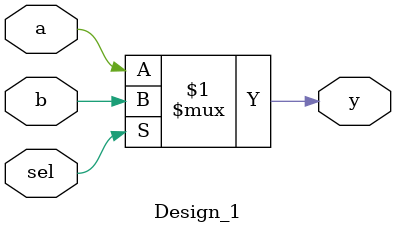
<source format=v>
`timescale 1ns / 1ps

module Design_1(y,a,b,sel);
input a,b,sel;
output y;
assign y = sel ? b:a;
endmodule

</source>
